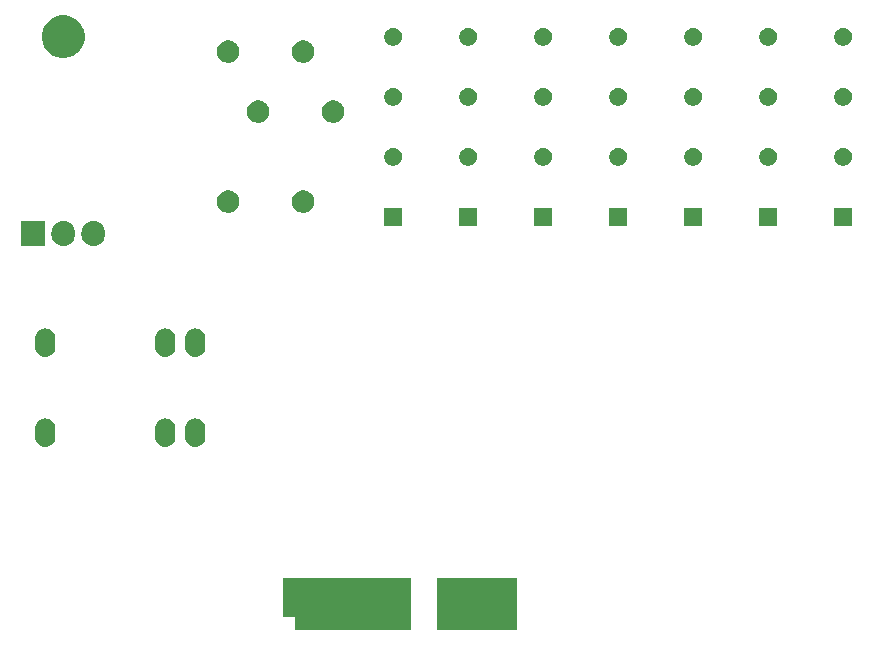
<source format=gbr>
G04 #@! TF.GenerationSoftware,KiCad,Pcbnew,(5.1.5)-3*
G04 #@! TF.CreationDate,2020-02-22T15:11:55-08:00*
G04 #@! TF.ProjectId,voltages,766f6c74-6167-4657-932e-6b696361645f,rev?*
G04 #@! TF.SameCoordinates,Original*
G04 #@! TF.FileFunction,Soldermask,Bot*
G04 #@! TF.FilePolarity,Negative*
%FSLAX46Y46*%
G04 Gerber Fmt 4.6, Leading zero omitted, Abs format (unit mm)*
G04 Created by KiCad (PCBNEW (5.1.5)-3) date 2020-02-22 15:11:55*
%MOMM*%
%LPD*%
G04 APERTURE LIST*
%ADD10C,0.100000*%
G04 APERTURE END LIST*
D10*
G36*
X118450840Y-92147480D02*
G01*
X111648840Y-92147480D01*
X111648840Y-87745480D01*
X118450840Y-87745480D01*
X118450840Y-92147480D01*
G37*
G36*
X109450840Y-92147480D02*
G01*
X99648840Y-92147480D01*
X99648840Y-91172479D01*
X99646438Y-91148093D01*
X99639325Y-91124644D01*
X99627774Y-91103033D01*
X99612229Y-91084091D01*
X99593287Y-91068546D01*
X99571676Y-91056995D01*
X99548227Y-91049882D01*
X99523841Y-91047480D01*
X98648840Y-91047480D01*
X98648840Y-87745480D01*
X109450840Y-87745480D01*
X109450840Y-92147480D01*
G37*
G36*
X88812822Y-74249313D02*
G01*
X88973241Y-74297976D01*
X89121077Y-74376995D01*
X89250659Y-74483341D01*
X89357004Y-74612922D01*
X89357005Y-74612924D01*
X89436024Y-74760758D01*
X89484687Y-74921177D01*
X89497000Y-75046196D01*
X89497000Y-75829803D01*
X89484687Y-75954822D01*
X89436024Y-76115242D01*
X89365114Y-76247906D01*
X89357004Y-76263078D01*
X89250659Y-76392659D01*
X89121078Y-76499004D01*
X89121076Y-76499005D01*
X88973242Y-76578024D01*
X88812823Y-76626687D01*
X88646000Y-76643117D01*
X88479178Y-76626687D01*
X88318759Y-76578024D01*
X88170925Y-76499005D01*
X88170923Y-76499004D01*
X88041342Y-76392659D01*
X87934997Y-76263078D01*
X87929894Y-76253532D01*
X87855975Y-76115239D01*
X87807313Y-75954826D01*
X87795000Y-75829804D01*
X87795000Y-75046197D01*
X87807313Y-74921178D01*
X87855976Y-74760759D01*
X87934995Y-74612923D01*
X88041341Y-74483341D01*
X88170922Y-74376996D01*
X88186094Y-74368886D01*
X88318758Y-74297976D01*
X88479177Y-74249313D01*
X88646000Y-74232883D01*
X88812822Y-74249313D01*
G37*
G36*
X91352822Y-74249313D02*
G01*
X91513241Y-74297976D01*
X91661077Y-74376995D01*
X91790659Y-74483341D01*
X91897004Y-74612922D01*
X91897005Y-74612924D01*
X91976024Y-74760758D01*
X92024687Y-74921177D01*
X92037000Y-75046196D01*
X92037000Y-75829803D01*
X92024687Y-75954822D01*
X91976024Y-76115242D01*
X91905114Y-76247906D01*
X91897004Y-76263078D01*
X91790659Y-76392659D01*
X91661078Y-76499004D01*
X91661076Y-76499005D01*
X91513242Y-76578024D01*
X91352823Y-76626687D01*
X91186000Y-76643117D01*
X91019178Y-76626687D01*
X90858759Y-76578024D01*
X90710925Y-76499005D01*
X90710923Y-76499004D01*
X90581342Y-76392659D01*
X90474997Y-76263078D01*
X90469894Y-76253532D01*
X90395975Y-76115239D01*
X90347313Y-75954826D01*
X90335000Y-75829804D01*
X90335000Y-75046197D01*
X90347313Y-74921178D01*
X90395976Y-74760759D01*
X90474995Y-74612923D01*
X90581341Y-74483341D01*
X90710922Y-74376996D01*
X90726094Y-74368886D01*
X90858758Y-74297976D01*
X91019177Y-74249313D01*
X91186000Y-74232883D01*
X91352822Y-74249313D01*
G37*
G36*
X78652822Y-74249313D02*
G01*
X78813241Y-74297976D01*
X78961077Y-74376995D01*
X79090659Y-74483341D01*
X79197004Y-74612922D01*
X79197005Y-74612924D01*
X79276024Y-74760758D01*
X79324687Y-74921177D01*
X79337000Y-75046196D01*
X79337000Y-75829803D01*
X79324687Y-75954822D01*
X79276024Y-76115242D01*
X79205114Y-76247906D01*
X79197004Y-76263078D01*
X79090659Y-76392659D01*
X78961078Y-76499004D01*
X78961076Y-76499005D01*
X78813242Y-76578024D01*
X78652823Y-76626687D01*
X78486000Y-76643117D01*
X78319178Y-76626687D01*
X78158759Y-76578024D01*
X78010925Y-76499005D01*
X78010923Y-76499004D01*
X77881342Y-76392659D01*
X77774997Y-76263078D01*
X77769894Y-76253532D01*
X77695975Y-76115239D01*
X77647313Y-75954826D01*
X77635000Y-75829804D01*
X77635000Y-75046197D01*
X77647313Y-74921178D01*
X77695976Y-74760759D01*
X77774995Y-74612923D01*
X77881341Y-74483341D01*
X78010922Y-74376996D01*
X78026094Y-74368886D01*
X78158758Y-74297976D01*
X78319177Y-74249313D01*
X78486000Y-74232883D01*
X78652822Y-74249313D01*
G37*
G36*
X78652822Y-66629313D02*
G01*
X78813241Y-66677976D01*
X78961077Y-66756995D01*
X79090659Y-66863341D01*
X79197004Y-66992922D01*
X79197005Y-66992924D01*
X79276024Y-67140758D01*
X79324687Y-67301177D01*
X79337000Y-67426196D01*
X79337000Y-68209803D01*
X79324687Y-68334822D01*
X79276024Y-68495242D01*
X79205114Y-68627906D01*
X79197004Y-68643078D01*
X79090659Y-68772659D01*
X78961078Y-68879004D01*
X78961076Y-68879005D01*
X78813242Y-68958024D01*
X78652823Y-69006687D01*
X78486000Y-69023117D01*
X78319178Y-69006687D01*
X78158759Y-68958024D01*
X78010925Y-68879005D01*
X78010923Y-68879004D01*
X77881342Y-68772659D01*
X77774997Y-68643078D01*
X77769894Y-68633532D01*
X77695975Y-68495239D01*
X77647313Y-68334826D01*
X77635000Y-68209804D01*
X77635000Y-67426197D01*
X77647313Y-67301178D01*
X77695976Y-67140759D01*
X77774995Y-66992923D01*
X77881341Y-66863341D01*
X78010922Y-66756996D01*
X78026094Y-66748886D01*
X78158758Y-66677976D01*
X78319177Y-66629313D01*
X78486000Y-66612883D01*
X78652822Y-66629313D01*
G37*
G36*
X88812822Y-66629313D02*
G01*
X88973241Y-66677976D01*
X89121077Y-66756995D01*
X89250659Y-66863341D01*
X89357004Y-66992922D01*
X89357005Y-66992924D01*
X89436024Y-67140758D01*
X89484687Y-67301177D01*
X89497000Y-67426196D01*
X89497000Y-68209803D01*
X89484687Y-68334822D01*
X89436024Y-68495242D01*
X89365114Y-68627906D01*
X89357004Y-68643078D01*
X89250659Y-68772659D01*
X89121078Y-68879004D01*
X89121076Y-68879005D01*
X88973242Y-68958024D01*
X88812823Y-69006687D01*
X88646000Y-69023117D01*
X88479178Y-69006687D01*
X88318759Y-68958024D01*
X88170925Y-68879005D01*
X88170923Y-68879004D01*
X88041342Y-68772659D01*
X87934997Y-68643078D01*
X87929894Y-68633532D01*
X87855975Y-68495239D01*
X87807313Y-68334826D01*
X87795000Y-68209804D01*
X87795000Y-67426197D01*
X87807313Y-67301178D01*
X87855976Y-67140759D01*
X87934995Y-66992923D01*
X88041341Y-66863341D01*
X88170922Y-66756996D01*
X88186094Y-66748886D01*
X88318758Y-66677976D01*
X88479177Y-66629313D01*
X88646000Y-66612883D01*
X88812822Y-66629313D01*
G37*
G36*
X91352822Y-66629313D02*
G01*
X91513241Y-66677976D01*
X91661077Y-66756995D01*
X91790659Y-66863341D01*
X91897004Y-66992922D01*
X91897005Y-66992924D01*
X91976024Y-67140758D01*
X92024687Y-67301177D01*
X92037000Y-67426196D01*
X92037000Y-68209803D01*
X92024687Y-68334822D01*
X91976024Y-68495242D01*
X91905114Y-68627906D01*
X91897004Y-68643078D01*
X91790659Y-68772659D01*
X91661078Y-68879004D01*
X91661076Y-68879005D01*
X91513242Y-68958024D01*
X91352823Y-69006687D01*
X91186000Y-69023117D01*
X91019178Y-69006687D01*
X90858759Y-68958024D01*
X90710925Y-68879005D01*
X90710923Y-68879004D01*
X90581342Y-68772659D01*
X90474997Y-68643078D01*
X90469894Y-68633532D01*
X90395975Y-68495239D01*
X90347313Y-68334826D01*
X90335000Y-68209804D01*
X90335000Y-67426197D01*
X90347313Y-67301178D01*
X90395976Y-67140759D01*
X90474995Y-66992923D01*
X90581341Y-66863341D01*
X90710922Y-66756996D01*
X90726094Y-66748886D01*
X90858758Y-66677976D01*
X91019177Y-66629313D01*
X91186000Y-66612883D01*
X91352822Y-66629313D01*
G37*
G36*
X80206719Y-57533520D02*
G01*
X80395880Y-57590901D01*
X80395883Y-57590902D01*
X80488333Y-57640318D01*
X80570212Y-57684083D01*
X80723015Y-57809485D01*
X80848417Y-57962288D01*
X80941599Y-58136619D01*
X80998980Y-58325780D01*
X81013500Y-58473206D01*
X81013500Y-58666793D01*
X80998980Y-58814219D01*
X80941599Y-59003380D01*
X80941598Y-59003383D01*
X80892182Y-59095833D01*
X80848417Y-59177712D01*
X80723015Y-59330515D01*
X80570212Y-59455917D01*
X80395881Y-59549099D01*
X80206720Y-59606480D01*
X80010000Y-59625855D01*
X79813281Y-59606480D01*
X79624120Y-59549099D01*
X79449788Y-59455917D01*
X79296985Y-59330515D01*
X79171583Y-59177712D01*
X79078401Y-59003381D01*
X79021020Y-58814220D01*
X79006500Y-58666794D01*
X79006500Y-58473207D01*
X79021020Y-58325781D01*
X79078401Y-58136620D01*
X79078402Y-58136617D01*
X79127818Y-58044167D01*
X79171583Y-57962288D01*
X79296985Y-57809485D01*
X79449788Y-57684083D01*
X79624119Y-57590901D01*
X79813280Y-57533520D01*
X80010000Y-57514145D01*
X80206719Y-57533520D01*
G37*
G36*
X82746719Y-57533520D02*
G01*
X82935880Y-57590901D01*
X82935883Y-57590902D01*
X83028333Y-57640318D01*
X83110212Y-57684083D01*
X83263015Y-57809485D01*
X83388417Y-57962288D01*
X83481599Y-58136619D01*
X83538980Y-58325780D01*
X83553500Y-58473206D01*
X83553500Y-58666793D01*
X83538980Y-58814219D01*
X83481599Y-59003380D01*
X83481598Y-59003383D01*
X83432182Y-59095833D01*
X83388417Y-59177712D01*
X83263015Y-59330515D01*
X83110212Y-59455917D01*
X82935881Y-59549099D01*
X82746720Y-59606480D01*
X82550000Y-59625855D01*
X82353281Y-59606480D01*
X82164120Y-59549099D01*
X81989788Y-59455917D01*
X81836985Y-59330515D01*
X81711583Y-59177712D01*
X81618401Y-59003381D01*
X81561020Y-58814220D01*
X81546500Y-58666794D01*
X81546500Y-58473207D01*
X81561020Y-58325781D01*
X81618401Y-58136620D01*
X81618402Y-58136617D01*
X81667818Y-58044167D01*
X81711583Y-57962288D01*
X81836985Y-57809485D01*
X81989788Y-57684083D01*
X82164119Y-57590901D01*
X82353280Y-57533520D01*
X82550000Y-57514145D01*
X82746719Y-57533520D01*
G37*
G36*
X78473500Y-59621000D02*
G01*
X76466500Y-59621000D01*
X76466500Y-57519000D01*
X78473500Y-57519000D01*
X78473500Y-59621000D01*
G37*
G36*
X127751000Y-57901000D02*
G01*
X126249000Y-57901000D01*
X126249000Y-56399000D01*
X127751000Y-56399000D01*
X127751000Y-57901000D01*
G37*
G36*
X108701000Y-57901000D02*
G01*
X107199000Y-57901000D01*
X107199000Y-56399000D01*
X108701000Y-56399000D01*
X108701000Y-57901000D01*
G37*
G36*
X115051000Y-57901000D02*
G01*
X113549000Y-57901000D01*
X113549000Y-56399000D01*
X115051000Y-56399000D01*
X115051000Y-57901000D01*
G37*
G36*
X140451000Y-57901000D02*
G01*
X138949000Y-57901000D01*
X138949000Y-56399000D01*
X140451000Y-56399000D01*
X140451000Y-57901000D01*
G37*
G36*
X134101000Y-57901000D02*
G01*
X132599000Y-57901000D01*
X132599000Y-56399000D01*
X134101000Y-56399000D01*
X134101000Y-57901000D01*
G37*
G36*
X121401000Y-57901000D02*
G01*
X119899000Y-57901000D01*
X119899000Y-56399000D01*
X121401000Y-56399000D01*
X121401000Y-57901000D01*
G37*
G36*
X146801000Y-57901000D02*
G01*
X145299000Y-57901000D01*
X145299000Y-56399000D01*
X146801000Y-56399000D01*
X146801000Y-57901000D01*
G37*
G36*
X100607395Y-54965546D02*
G01*
X100780466Y-55037234D01*
X100780467Y-55037235D01*
X100936227Y-55141310D01*
X101068690Y-55273773D01*
X101068691Y-55273775D01*
X101172766Y-55429534D01*
X101244454Y-55602605D01*
X101281000Y-55786333D01*
X101281000Y-55973667D01*
X101244454Y-56157395D01*
X101172766Y-56330466D01*
X101172765Y-56330467D01*
X101068690Y-56486227D01*
X100936227Y-56618690D01*
X100857818Y-56671081D01*
X100780466Y-56722766D01*
X100607395Y-56794454D01*
X100423667Y-56831000D01*
X100236333Y-56831000D01*
X100052605Y-56794454D01*
X99879534Y-56722766D01*
X99802182Y-56671081D01*
X99723773Y-56618690D01*
X99591310Y-56486227D01*
X99487235Y-56330467D01*
X99487234Y-56330466D01*
X99415546Y-56157395D01*
X99379000Y-55973667D01*
X99379000Y-55786333D01*
X99415546Y-55602605D01*
X99487234Y-55429534D01*
X99591309Y-55273775D01*
X99591310Y-55273773D01*
X99723773Y-55141310D01*
X99879533Y-55037235D01*
X99879534Y-55037234D01*
X100052605Y-54965546D01*
X100236333Y-54929000D01*
X100423667Y-54929000D01*
X100607395Y-54965546D01*
G37*
G36*
X94257395Y-54965546D02*
G01*
X94430466Y-55037234D01*
X94430467Y-55037235D01*
X94586227Y-55141310D01*
X94718690Y-55273773D01*
X94718691Y-55273775D01*
X94822766Y-55429534D01*
X94894454Y-55602605D01*
X94931000Y-55786333D01*
X94931000Y-55973667D01*
X94894454Y-56157395D01*
X94822766Y-56330466D01*
X94822765Y-56330467D01*
X94718690Y-56486227D01*
X94586227Y-56618690D01*
X94507818Y-56671081D01*
X94430466Y-56722766D01*
X94257395Y-56794454D01*
X94073667Y-56831000D01*
X93886333Y-56831000D01*
X93702605Y-56794454D01*
X93529534Y-56722766D01*
X93452182Y-56671081D01*
X93373773Y-56618690D01*
X93241310Y-56486227D01*
X93137235Y-56330467D01*
X93137234Y-56330466D01*
X93065546Y-56157395D01*
X93029000Y-55973667D01*
X93029000Y-55786333D01*
X93065546Y-55602605D01*
X93137234Y-55429534D01*
X93241309Y-55273775D01*
X93241310Y-55273773D01*
X93373773Y-55141310D01*
X93529533Y-55037235D01*
X93529534Y-55037234D01*
X93702605Y-54965546D01*
X93886333Y-54929000D01*
X94073667Y-54929000D01*
X94257395Y-54965546D01*
G37*
G36*
X146269059Y-51347860D02*
G01*
X146405732Y-51404472D01*
X146528735Y-51486660D01*
X146633340Y-51591265D01*
X146715528Y-51714268D01*
X146772140Y-51850941D01*
X146801000Y-51996033D01*
X146801000Y-52143967D01*
X146772140Y-52289059D01*
X146715528Y-52425732D01*
X146633340Y-52548735D01*
X146528735Y-52653340D01*
X146405732Y-52735528D01*
X146405731Y-52735529D01*
X146405730Y-52735529D01*
X146269059Y-52792140D01*
X146123968Y-52821000D01*
X145976032Y-52821000D01*
X145830941Y-52792140D01*
X145694270Y-52735529D01*
X145694269Y-52735529D01*
X145694268Y-52735528D01*
X145571265Y-52653340D01*
X145466660Y-52548735D01*
X145384472Y-52425732D01*
X145327860Y-52289059D01*
X145299000Y-52143967D01*
X145299000Y-51996033D01*
X145327860Y-51850941D01*
X145384472Y-51714268D01*
X145466660Y-51591265D01*
X145571265Y-51486660D01*
X145694268Y-51404472D01*
X145830941Y-51347860D01*
X145976032Y-51319000D01*
X146123968Y-51319000D01*
X146269059Y-51347860D01*
G37*
G36*
X120869059Y-51347860D02*
G01*
X121005732Y-51404472D01*
X121128735Y-51486660D01*
X121233340Y-51591265D01*
X121315528Y-51714268D01*
X121372140Y-51850941D01*
X121401000Y-51996033D01*
X121401000Y-52143967D01*
X121372140Y-52289059D01*
X121315528Y-52425732D01*
X121233340Y-52548735D01*
X121128735Y-52653340D01*
X121005732Y-52735528D01*
X121005731Y-52735529D01*
X121005730Y-52735529D01*
X120869059Y-52792140D01*
X120723968Y-52821000D01*
X120576032Y-52821000D01*
X120430941Y-52792140D01*
X120294270Y-52735529D01*
X120294269Y-52735529D01*
X120294268Y-52735528D01*
X120171265Y-52653340D01*
X120066660Y-52548735D01*
X119984472Y-52425732D01*
X119927860Y-52289059D01*
X119899000Y-52143967D01*
X119899000Y-51996033D01*
X119927860Y-51850941D01*
X119984472Y-51714268D01*
X120066660Y-51591265D01*
X120171265Y-51486660D01*
X120294268Y-51404472D01*
X120430941Y-51347860D01*
X120576032Y-51319000D01*
X120723968Y-51319000D01*
X120869059Y-51347860D01*
G37*
G36*
X139919059Y-51347860D02*
G01*
X140055732Y-51404472D01*
X140178735Y-51486660D01*
X140283340Y-51591265D01*
X140365528Y-51714268D01*
X140422140Y-51850941D01*
X140451000Y-51996033D01*
X140451000Y-52143967D01*
X140422140Y-52289059D01*
X140365528Y-52425732D01*
X140283340Y-52548735D01*
X140178735Y-52653340D01*
X140055732Y-52735528D01*
X140055731Y-52735529D01*
X140055730Y-52735529D01*
X139919059Y-52792140D01*
X139773968Y-52821000D01*
X139626032Y-52821000D01*
X139480941Y-52792140D01*
X139344270Y-52735529D01*
X139344269Y-52735529D01*
X139344268Y-52735528D01*
X139221265Y-52653340D01*
X139116660Y-52548735D01*
X139034472Y-52425732D01*
X138977860Y-52289059D01*
X138949000Y-52143967D01*
X138949000Y-51996033D01*
X138977860Y-51850941D01*
X139034472Y-51714268D01*
X139116660Y-51591265D01*
X139221265Y-51486660D01*
X139344268Y-51404472D01*
X139480941Y-51347860D01*
X139626032Y-51319000D01*
X139773968Y-51319000D01*
X139919059Y-51347860D01*
G37*
G36*
X127219059Y-51347860D02*
G01*
X127355732Y-51404472D01*
X127478735Y-51486660D01*
X127583340Y-51591265D01*
X127665528Y-51714268D01*
X127722140Y-51850941D01*
X127751000Y-51996033D01*
X127751000Y-52143967D01*
X127722140Y-52289059D01*
X127665528Y-52425732D01*
X127583340Y-52548735D01*
X127478735Y-52653340D01*
X127355732Y-52735528D01*
X127355731Y-52735529D01*
X127355730Y-52735529D01*
X127219059Y-52792140D01*
X127073968Y-52821000D01*
X126926032Y-52821000D01*
X126780941Y-52792140D01*
X126644270Y-52735529D01*
X126644269Y-52735529D01*
X126644268Y-52735528D01*
X126521265Y-52653340D01*
X126416660Y-52548735D01*
X126334472Y-52425732D01*
X126277860Y-52289059D01*
X126249000Y-52143967D01*
X126249000Y-51996033D01*
X126277860Y-51850941D01*
X126334472Y-51714268D01*
X126416660Y-51591265D01*
X126521265Y-51486660D01*
X126644268Y-51404472D01*
X126780941Y-51347860D01*
X126926032Y-51319000D01*
X127073968Y-51319000D01*
X127219059Y-51347860D01*
G37*
G36*
X114519059Y-51347860D02*
G01*
X114655732Y-51404472D01*
X114778735Y-51486660D01*
X114883340Y-51591265D01*
X114965528Y-51714268D01*
X115022140Y-51850941D01*
X115051000Y-51996033D01*
X115051000Y-52143967D01*
X115022140Y-52289059D01*
X114965528Y-52425732D01*
X114883340Y-52548735D01*
X114778735Y-52653340D01*
X114655732Y-52735528D01*
X114655731Y-52735529D01*
X114655730Y-52735529D01*
X114519059Y-52792140D01*
X114373968Y-52821000D01*
X114226032Y-52821000D01*
X114080941Y-52792140D01*
X113944270Y-52735529D01*
X113944269Y-52735529D01*
X113944268Y-52735528D01*
X113821265Y-52653340D01*
X113716660Y-52548735D01*
X113634472Y-52425732D01*
X113577860Y-52289059D01*
X113549000Y-52143967D01*
X113549000Y-51996033D01*
X113577860Y-51850941D01*
X113634472Y-51714268D01*
X113716660Y-51591265D01*
X113821265Y-51486660D01*
X113944268Y-51404472D01*
X114080941Y-51347860D01*
X114226032Y-51319000D01*
X114373968Y-51319000D01*
X114519059Y-51347860D01*
G37*
G36*
X108169059Y-51347860D02*
G01*
X108305732Y-51404472D01*
X108428735Y-51486660D01*
X108533340Y-51591265D01*
X108615528Y-51714268D01*
X108672140Y-51850941D01*
X108701000Y-51996033D01*
X108701000Y-52143967D01*
X108672140Y-52289059D01*
X108615528Y-52425732D01*
X108533340Y-52548735D01*
X108428735Y-52653340D01*
X108305732Y-52735528D01*
X108305731Y-52735529D01*
X108305730Y-52735529D01*
X108169059Y-52792140D01*
X108023968Y-52821000D01*
X107876032Y-52821000D01*
X107730941Y-52792140D01*
X107594270Y-52735529D01*
X107594269Y-52735529D01*
X107594268Y-52735528D01*
X107471265Y-52653340D01*
X107366660Y-52548735D01*
X107284472Y-52425732D01*
X107227860Y-52289059D01*
X107199000Y-52143967D01*
X107199000Y-51996033D01*
X107227860Y-51850941D01*
X107284472Y-51714268D01*
X107366660Y-51591265D01*
X107471265Y-51486660D01*
X107594268Y-51404472D01*
X107730941Y-51347860D01*
X107876032Y-51319000D01*
X108023968Y-51319000D01*
X108169059Y-51347860D01*
G37*
G36*
X133569059Y-51347860D02*
G01*
X133705732Y-51404472D01*
X133828735Y-51486660D01*
X133933340Y-51591265D01*
X134015528Y-51714268D01*
X134072140Y-51850941D01*
X134101000Y-51996033D01*
X134101000Y-52143967D01*
X134072140Y-52289059D01*
X134015528Y-52425732D01*
X133933340Y-52548735D01*
X133828735Y-52653340D01*
X133705732Y-52735528D01*
X133705731Y-52735529D01*
X133705730Y-52735529D01*
X133569059Y-52792140D01*
X133423968Y-52821000D01*
X133276032Y-52821000D01*
X133130941Y-52792140D01*
X132994270Y-52735529D01*
X132994269Y-52735529D01*
X132994268Y-52735528D01*
X132871265Y-52653340D01*
X132766660Y-52548735D01*
X132684472Y-52425732D01*
X132627860Y-52289059D01*
X132599000Y-52143967D01*
X132599000Y-51996033D01*
X132627860Y-51850941D01*
X132684472Y-51714268D01*
X132766660Y-51591265D01*
X132871265Y-51486660D01*
X132994268Y-51404472D01*
X133130941Y-51347860D01*
X133276032Y-51319000D01*
X133423968Y-51319000D01*
X133569059Y-51347860D01*
G37*
G36*
X96797395Y-47345546D02*
G01*
X96970466Y-47417234D01*
X96970467Y-47417235D01*
X97126227Y-47521310D01*
X97258690Y-47653773D01*
X97259863Y-47655529D01*
X97362766Y-47809534D01*
X97434454Y-47982605D01*
X97471000Y-48166333D01*
X97471000Y-48353667D01*
X97434454Y-48537395D01*
X97362766Y-48710466D01*
X97362765Y-48710467D01*
X97258690Y-48866227D01*
X97126227Y-48998690D01*
X97047818Y-49051081D01*
X96970466Y-49102766D01*
X96797395Y-49174454D01*
X96613667Y-49211000D01*
X96426333Y-49211000D01*
X96242605Y-49174454D01*
X96069534Y-49102766D01*
X95992182Y-49051081D01*
X95913773Y-48998690D01*
X95781310Y-48866227D01*
X95677235Y-48710467D01*
X95677234Y-48710466D01*
X95605546Y-48537395D01*
X95569000Y-48353667D01*
X95569000Y-48166333D01*
X95605546Y-47982605D01*
X95677234Y-47809534D01*
X95780137Y-47655529D01*
X95781310Y-47653773D01*
X95913773Y-47521310D01*
X96069533Y-47417235D01*
X96069534Y-47417234D01*
X96242605Y-47345546D01*
X96426333Y-47309000D01*
X96613667Y-47309000D01*
X96797395Y-47345546D01*
G37*
G36*
X103147395Y-47345546D02*
G01*
X103320466Y-47417234D01*
X103320467Y-47417235D01*
X103476227Y-47521310D01*
X103608690Y-47653773D01*
X103609863Y-47655529D01*
X103712766Y-47809534D01*
X103784454Y-47982605D01*
X103821000Y-48166333D01*
X103821000Y-48353667D01*
X103784454Y-48537395D01*
X103712766Y-48710466D01*
X103712765Y-48710467D01*
X103608690Y-48866227D01*
X103476227Y-48998690D01*
X103397818Y-49051081D01*
X103320466Y-49102766D01*
X103147395Y-49174454D01*
X102963667Y-49211000D01*
X102776333Y-49211000D01*
X102592605Y-49174454D01*
X102419534Y-49102766D01*
X102342182Y-49051081D01*
X102263773Y-48998690D01*
X102131310Y-48866227D01*
X102027235Y-48710467D01*
X102027234Y-48710466D01*
X101955546Y-48537395D01*
X101919000Y-48353667D01*
X101919000Y-48166333D01*
X101955546Y-47982605D01*
X102027234Y-47809534D01*
X102130137Y-47655529D01*
X102131310Y-47653773D01*
X102263773Y-47521310D01*
X102419533Y-47417235D01*
X102419534Y-47417234D01*
X102592605Y-47345546D01*
X102776333Y-47309000D01*
X102963667Y-47309000D01*
X103147395Y-47345546D01*
G37*
G36*
X108169059Y-46267860D02*
G01*
X108305732Y-46324472D01*
X108428735Y-46406660D01*
X108533340Y-46511265D01*
X108615528Y-46634268D01*
X108672140Y-46770941D01*
X108701000Y-46916033D01*
X108701000Y-47063967D01*
X108672140Y-47209059D01*
X108615528Y-47345732D01*
X108533340Y-47468735D01*
X108428735Y-47573340D01*
X108305732Y-47655528D01*
X108305731Y-47655529D01*
X108305730Y-47655529D01*
X108169059Y-47712140D01*
X108023968Y-47741000D01*
X107876032Y-47741000D01*
X107730941Y-47712140D01*
X107594270Y-47655529D01*
X107594269Y-47655529D01*
X107594268Y-47655528D01*
X107471265Y-47573340D01*
X107366660Y-47468735D01*
X107284472Y-47345732D01*
X107227860Y-47209059D01*
X107199000Y-47063967D01*
X107199000Y-46916033D01*
X107227860Y-46770941D01*
X107284472Y-46634268D01*
X107366660Y-46511265D01*
X107471265Y-46406660D01*
X107594268Y-46324472D01*
X107730941Y-46267860D01*
X107876032Y-46239000D01*
X108023968Y-46239000D01*
X108169059Y-46267860D01*
G37*
G36*
X114519059Y-46267860D02*
G01*
X114655732Y-46324472D01*
X114778735Y-46406660D01*
X114883340Y-46511265D01*
X114965528Y-46634268D01*
X115022140Y-46770941D01*
X115051000Y-46916033D01*
X115051000Y-47063967D01*
X115022140Y-47209059D01*
X114965528Y-47345732D01*
X114883340Y-47468735D01*
X114778735Y-47573340D01*
X114655732Y-47655528D01*
X114655731Y-47655529D01*
X114655730Y-47655529D01*
X114519059Y-47712140D01*
X114373968Y-47741000D01*
X114226032Y-47741000D01*
X114080941Y-47712140D01*
X113944270Y-47655529D01*
X113944269Y-47655529D01*
X113944268Y-47655528D01*
X113821265Y-47573340D01*
X113716660Y-47468735D01*
X113634472Y-47345732D01*
X113577860Y-47209059D01*
X113549000Y-47063967D01*
X113549000Y-46916033D01*
X113577860Y-46770941D01*
X113634472Y-46634268D01*
X113716660Y-46511265D01*
X113821265Y-46406660D01*
X113944268Y-46324472D01*
X114080941Y-46267860D01*
X114226032Y-46239000D01*
X114373968Y-46239000D01*
X114519059Y-46267860D01*
G37*
G36*
X120869059Y-46267860D02*
G01*
X121005732Y-46324472D01*
X121128735Y-46406660D01*
X121233340Y-46511265D01*
X121315528Y-46634268D01*
X121372140Y-46770941D01*
X121401000Y-46916033D01*
X121401000Y-47063967D01*
X121372140Y-47209059D01*
X121315528Y-47345732D01*
X121233340Y-47468735D01*
X121128735Y-47573340D01*
X121005732Y-47655528D01*
X121005731Y-47655529D01*
X121005730Y-47655529D01*
X120869059Y-47712140D01*
X120723968Y-47741000D01*
X120576032Y-47741000D01*
X120430941Y-47712140D01*
X120294270Y-47655529D01*
X120294269Y-47655529D01*
X120294268Y-47655528D01*
X120171265Y-47573340D01*
X120066660Y-47468735D01*
X119984472Y-47345732D01*
X119927860Y-47209059D01*
X119899000Y-47063967D01*
X119899000Y-46916033D01*
X119927860Y-46770941D01*
X119984472Y-46634268D01*
X120066660Y-46511265D01*
X120171265Y-46406660D01*
X120294268Y-46324472D01*
X120430941Y-46267860D01*
X120576032Y-46239000D01*
X120723968Y-46239000D01*
X120869059Y-46267860D01*
G37*
G36*
X127219059Y-46267860D02*
G01*
X127355732Y-46324472D01*
X127478735Y-46406660D01*
X127583340Y-46511265D01*
X127665528Y-46634268D01*
X127722140Y-46770941D01*
X127751000Y-46916033D01*
X127751000Y-47063967D01*
X127722140Y-47209059D01*
X127665528Y-47345732D01*
X127583340Y-47468735D01*
X127478735Y-47573340D01*
X127355732Y-47655528D01*
X127355731Y-47655529D01*
X127355730Y-47655529D01*
X127219059Y-47712140D01*
X127073968Y-47741000D01*
X126926032Y-47741000D01*
X126780941Y-47712140D01*
X126644270Y-47655529D01*
X126644269Y-47655529D01*
X126644268Y-47655528D01*
X126521265Y-47573340D01*
X126416660Y-47468735D01*
X126334472Y-47345732D01*
X126277860Y-47209059D01*
X126249000Y-47063967D01*
X126249000Y-46916033D01*
X126277860Y-46770941D01*
X126334472Y-46634268D01*
X126416660Y-46511265D01*
X126521265Y-46406660D01*
X126644268Y-46324472D01*
X126780941Y-46267860D01*
X126926032Y-46239000D01*
X127073968Y-46239000D01*
X127219059Y-46267860D01*
G37*
G36*
X133569059Y-46267860D02*
G01*
X133705732Y-46324472D01*
X133828735Y-46406660D01*
X133933340Y-46511265D01*
X134015528Y-46634268D01*
X134072140Y-46770941D01*
X134101000Y-46916033D01*
X134101000Y-47063967D01*
X134072140Y-47209059D01*
X134015528Y-47345732D01*
X133933340Y-47468735D01*
X133828735Y-47573340D01*
X133705732Y-47655528D01*
X133705731Y-47655529D01*
X133705730Y-47655529D01*
X133569059Y-47712140D01*
X133423968Y-47741000D01*
X133276032Y-47741000D01*
X133130941Y-47712140D01*
X132994270Y-47655529D01*
X132994269Y-47655529D01*
X132994268Y-47655528D01*
X132871265Y-47573340D01*
X132766660Y-47468735D01*
X132684472Y-47345732D01*
X132627860Y-47209059D01*
X132599000Y-47063967D01*
X132599000Y-46916033D01*
X132627860Y-46770941D01*
X132684472Y-46634268D01*
X132766660Y-46511265D01*
X132871265Y-46406660D01*
X132994268Y-46324472D01*
X133130941Y-46267860D01*
X133276032Y-46239000D01*
X133423968Y-46239000D01*
X133569059Y-46267860D01*
G37*
G36*
X139919059Y-46267860D02*
G01*
X140055732Y-46324472D01*
X140178735Y-46406660D01*
X140283340Y-46511265D01*
X140365528Y-46634268D01*
X140422140Y-46770941D01*
X140451000Y-46916033D01*
X140451000Y-47063967D01*
X140422140Y-47209059D01*
X140365528Y-47345732D01*
X140283340Y-47468735D01*
X140178735Y-47573340D01*
X140055732Y-47655528D01*
X140055731Y-47655529D01*
X140055730Y-47655529D01*
X139919059Y-47712140D01*
X139773968Y-47741000D01*
X139626032Y-47741000D01*
X139480941Y-47712140D01*
X139344270Y-47655529D01*
X139344269Y-47655529D01*
X139344268Y-47655528D01*
X139221265Y-47573340D01*
X139116660Y-47468735D01*
X139034472Y-47345732D01*
X138977860Y-47209059D01*
X138949000Y-47063967D01*
X138949000Y-46916033D01*
X138977860Y-46770941D01*
X139034472Y-46634268D01*
X139116660Y-46511265D01*
X139221265Y-46406660D01*
X139344268Y-46324472D01*
X139480941Y-46267860D01*
X139626032Y-46239000D01*
X139773968Y-46239000D01*
X139919059Y-46267860D01*
G37*
G36*
X146269059Y-46267860D02*
G01*
X146405732Y-46324472D01*
X146528735Y-46406660D01*
X146633340Y-46511265D01*
X146715528Y-46634268D01*
X146772140Y-46770941D01*
X146801000Y-46916033D01*
X146801000Y-47063967D01*
X146772140Y-47209059D01*
X146715528Y-47345732D01*
X146633340Y-47468735D01*
X146528735Y-47573340D01*
X146405732Y-47655528D01*
X146405731Y-47655529D01*
X146405730Y-47655529D01*
X146269059Y-47712140D01*
X146123968Y-47741000D01*
X145976032Y-47741000D01*
X145830941Y-47712140D01*
X145694270Y-47655529D01*
X145694269Y-47655529D01*
X145694268Y-47655528D01*
X145571265Y-47573340D01*
X145466660Y-47468735D01*
X145384472Y-47345732D01*
X145327860Y-47209059D01*
X145299000Y-47063967D01*
X145299000Y-46916033D01*
X145327860Y-46770941D01*
X145384472Y-46634268D01*
X145466660Y-46511265D01*
X145571265Y-46406660D01*
X145694268Y-46324472D01*
X145830941Y-46267860D01*
X145976032Y-46239000D01*
X146123968Y-46239000D01*
X146269059Y-46267860D01*
G37*
G36*
X94257395Y-42265546D02*
G01*
X94430466Y-42337234D01*
X94430467Y-42337235D01*
X94586227Y-42441310D01*
X94718690Y-42573773D01*
X94719863Y-42575529D01*
X94822766Y-42729534D01*
X94894454Y-42902605D01*
X94931000Y-43086333D01*
X94931000Y-43273667D01*
X94894454Y-43457395D01*
X94822766Y-43630466D01*
X94822765Y-43630467D01*
X94718690Y-43786227D01*
X94586227Y-43918690D01*
X94507818Y-43971081D01*
X94430466Y-44022766D01*
X94257395Y-44094454D01*
X94073667Y-44131000D01*
X93886333Y-44131000D01*
X93702605Y-44094454D01*
X93529534Y-44022766D01*
X93452182Y-43971081D01*
X93373773Y-43918690D01*
X93241310Y-43786227D01*
X93137235Y-43630467D01*
X93137234Y-43630466D01*
X93065546Y-43457395D01*
X93029000Y-43273667D01*
X93029000Y-43086333D01*
X93065546Y-42902605D01*
X93137234Y-42729534D01*
X93240137Y-42575529D01*
X93241310Y-42573773D01*
X93373773Y-42441310D01*
X93529533Y-42337235D01*
X93529534Y-42337234D01*
X93702605Y-42265546D01*
X93886333Y-42229000D01*
X94073667Y-42229000D01*
X94257395Y-42265546D01*
G37*
G36*
X100607395Y-42265546D02*
G01*
X100780466Y-42337234D01*
X100780467Y-42337235D01*
X100936227Y-42441310D01*
X101068690Y-42573773D01*
X101069863Y-42575529D01*
X101172766Y-42729534D01*
X101244454Y-42902605D01*
X101281000Y-43086333D01*
X101281000Y-43273667D01*
X101244454Y-43457395D01*
X101172766Y-43630466D01*
X101172765Y-43630467D01*
X101068690Y-43786227D01*
X100936227Y-43918690D01*
X100857818Y-43971081D01*
X100780466Y-44022766D01*
X100607395Y-44094454D01*
X100423667Y-44131000D01*
X100236333Y-44131000D01*
X100052605Y-44094454D01*
X99879534Y-44022766D01*
X99802182Y-43971081D01*
X99723773Y-43918690D01*
X99591310Y-43786227D01*
X99487235Y-43630467D01*
X99487234Y-43630466D01*
X99415546Y-43457395D01*
X99379000Y-43273667D01*
X99379000Y-43086333D01*
X99415546Y-42902605D01*
X99487234Y-42729534D01*
X99590137Y-42575529D01*
X99591310Y-42573773D01*
X99723773Y-42441310D01*
X99879533Y-42337235D01*
X99879534Y-42337234D01*
X100052605Y-42265546D01*
X100236333Y-42229000D01*
X100423667Y-42229000D01*
X100607395Y-42265546D01*
G37*
G36*
X80535331Y-40178211D02*
G01*
X80863092Y-40313974D01*
X81158070Y-40511072D01*
X81408928Y-40761930D01*
X81606026Y-41056908D01*
X81741789Y-41384669D01*
X81811000Y-41732616D01*
X81811000Y-42087384D01*
X81741789Y-42435331D01*
X81606026Y-42763092D01*
X81408928Y-43058070D01*
X81158070Y-43308928D01*
X80863092Y-43506026D01*
X80535331Y-43641789D01*
X80187384Y-43711000D01*
X79832616Y-43711000D01*
X79484669Y-43641789D01*
X79156908Y-43506026D01*
X78861930Y-43308928D01*
X78611072Y-43058070D01*
X78413974Y-42763092D01*
X78278211Y-42435331D01*
X78209000Y-42087384D01*
X78209000Y-41732616D01*
X78278211Y-41384669D01*
X78413974Y-41056908D01*
X78611072Y-40761930D01*
X78861930Y-40511072D01*
X79156908Y-40313974D01*
X79484669Y-40178211D01*
X79832616Y-40109000D01*
X80187384Y-40109000D01*
X80535331Y-40178211D01*
G37*
G36*
X114519059Y-41187860D02*
G01*
X114655732Y-41244472D01*
X114778735Y-41326660D01*
X114883340Y-41431265D01*
X114965528Y-41554268D01*
X115022140Y-41690941D01*
X115051000Y-41836033D01*
X115051000Y-41983967D01*
X115022140Y-42129059D01*
X114965528Y-42265732D01*
X114883340Y-42388735D01*
X114778735Y-42493340D01*
X114655732Y-42575528D01*
X114655731Y-42575529D01*
X114655730Y-42575529D01*
X114519059Y-42632140D01*
X114373968Y-42661000D01*
X114226032Y-42661000D01*
X114080941Y-42632140D01*
X113944270Y-42575529D01*
X113944269Y-42575529D01*
X113944268Y-42575528D01*
X113821265Y-42493340D01*
X113716660Y-42388735D01*
X113634472Y-42265732D01*
X113577860Y-42129059D01*
X113549000Y-41983967D01*
X113549000Y-41836033D01*
X113577860Y-41690941D01*
X113634472Y-41554268D01*
X113716660Y-41431265D01*
X113821265Y-41326660D01*
X113944268Y-41244472D01*
X114080941Y-41187860D01*
X114226032Y-41159000D01*
X114373968Y-41159000D01*
X114519059Y-41187860D01*
G37*
G36*
X146269059Y-41187860D02*
G01*
X146405732Y-41244472D01*
X146528735Y-41326660D01*
X146633340Y-41431265D01*
X146715528Y-41554268D01*
X146772140Y-41690941D01*
X146801000Y-41836033D01*
X146801000Y-41983967D01*
X146772140Y-42129059D01*
X146715528Y-42265732D01*
X146633340Y-42388735D01*
X146528735Y-42493340D01*
X146405732Y-42575528D01*
X146405731Y-42575529D01*
X146405730Y-42575529D01*
X146269059Y-42632140D01*
X146123968Y-42661000D01*
X145976032Y-42661000D01*
X145830941Y-42632140D01*
X145694270Y-42575529D01*
X145694269Y-42575529D01*
X145694268Y-42575528D01*
X145571265Y-42493340D01*
X145466660Y-42388735D01*
X145384472Y-42265732D01*
X145327860Y-42129059D01*
X145299000Y-41983967D01*
X145299000Y-41836033D01*
X145327860Y-41690941D01*
X145384472Y-41554268D01*
X145466660Y-41431265D01*
X145571265Y-41326660D01*
X145694268Y-41244472D01*
X145830941Y-41187860D01*
X145976032Y-41159000D01*
X146123968Y-41159000D01*
X146269059Y-41187860D01*
G37*
G36*
X139919059Y-41187860D02*
G01*
X140055732Y-41244472D01*
X140178735Y-41326660D01*
X140283340Y-41431265D01*
X140365528Y-41554268D01*
X140422140Y-41690941D01*
X140451000Y-41836033D01*
X140451000Y-41983967D01*
X140422140Y-42129059D01*
X140365528Y-42265732D01*
X140283340Y-42388735D01*
X140178735Y-42493340D01*
X140055732Y-42575528D01*
X140055731Y-42575529D01*
X140055730Y-42575529D01*
X139919059Y-42632140D01*
X139773968Y-42661000D01*
X139626032Y-42661000D01*
X139480941Y-42632140D01*
X139344270Y-42575529D01*
X139344269Y-42575529D01*
X139344268Y-42575528D01*
X139221265Y-42493340D01*
X139116660Y-42388735D01*
X139034472Y-42265732D01*
X138977860Y-42129059D01*
X138949000Y-41983967D01*
X138949000Y-41836033D01*
X138977860Y-41690941D01*
X139034472Y-41554268D01*
X139116660Y-41431265D01*
X139221265Y-41326660D01*
X139344268Y-41244472D01*
X139480941Y-41187860D01*
X139626032Y-41159000D01*
X139773968Y-41159000D01*
X139919059Y-41187860D01*
G37*
G36*
X133569059Y-41187860D02*
G01*
X133705732Y-41244472D01*
X133828735Y-41326660D01*
X133933340Y-41431265D01*
X134015528Y-41554268D01*
X134072140Y-41690941D01*
X134101000Y-41836033D01*
X134101000Y-41983967D01*
X134072140Y-42129059D01*
X134015528Y-42265732D01*
X133933340Y-42388735D01*
X133828735Y-42493340D01*
X133705732Y-42575528D01*
X133705731Y-42575529D01*
X133705730Y-42575529D01*
X133569059Y-42632140D01*
X133423968Y-42661000D01*
X133276032Y-42661000D01*
X133130941Y-42632140D01*
X132994270Y-42575529D01*
X132994269Y-42575529D01*
X132994268Y-42575528D01*
X132871265Y-42493340D01*
X132766660Y-42388735D01*
X132684472Y-42265732D01*
X132627860Y-42129059D01*
X132599000Y-41983967D01*
X132599000Y-41836033D01*
X132627860Y-41690941D01*
X132684472Y-41554268D01*
X132766660Y-41431265D01*
X132871265Y-41326660D01*
X132994268Y-41244472D01*
X133130941Y-41187860D01*
X133276032Y-41159000D01*
X133423968Y-41159000D01*
X133569059Y-41187860D01*
G37*
G36*
X108169059Y-41187860D02*
G01*
X108305732Y-41244472D01*
X108428735Y-41326660D01*
X108533340Y-41431265D01*
X108615528Y-41554268D01*
X108672140Y-41690941D01*
X108701000Y-41836033D01*
X108701000Y-41983967D01*
X108672140Y-42129059D01*
X108615528Y-42265732D01*
X108533340Y-42388735D01*
X108428735Y-42493340D01*
X108305732Y-42575528D01*
X108305731Y-42575529D01*
X108305730Y-42575529D01*
X108169059Y-42632140D01*
X108023968Y-42661000D01*
X107876032Y-42661000D01*
X107730941Y-42632140D01*
X107594270Y-42575529D01*
X107594269Y-42575529D01*
X107594268Y-42575528D01*
X107471265Y-42493340D01*
X107366660Y-42388735D01*
X107284472Y-42265732D01*
X107227860Y-42129059D01*
X107199000Y-41983967D01*
X107199000Y-41836033D01*
X107227860Y-41690941D01*
X107284472Y-41554268D01*
X107366660Y-41431265D01*
X107471265Y-41326660D01*
X107594268Y-41244472D01*
X107730941Y-41187860D01*
X107876032Y-41159000D01*
X108023968Y-41159000D01*
X108169059Y-41187860D01*
G37*
G36*
X127219059Y-41187860D02*
G01*
X127355732Y-41244472D01*
X127478735Y-41326660D01*
X127583340Y-41431265D01*
X127665528Y-41554268D01*
X127722140Y-41690941D01*
X127751000Y-41836033D01*
X127751000Y-41983967D01*
X127722140Y-42129059D01*
X127665528Y-42265732D01*
X127583340Y-42388735D01*
X127478735Y-42493340D01*
X127355732Y-42575528D01*
X127355731Y-42575529D01*
X127355730Y-42575529D01*
X127219059Y-42632140D01*
X127073968Y-42661000D01*
X126926032Y-42661000D01*
X126780941Y-42632140D01*
X126644270Y-42575529D01*
X126644269Y-42575529D01*
X126644268Y-42575528D01*
X126521265Y-42493340D01*
X126416660Y-42388735D01*
X126334472Y-42265732D01*
X126277860Y-42129059D01*
X126249000Y-41983967D01*
X126249000Y-41836033D01*
X126277860Y-41690941D01*
X126334472Y-41554268D01*
X126416660Y-41431265D01*
X126521265Y-41326660D01*
X126644268Y-41244472D01*
X126780941Y-41187860D01*
X126926032Y-41159000D01*
X127073968Y-41159000D01*
X127219059Y-41187860D01*
G37*
G36*
X120869059Y-41187860D02*
G01*
X121005732Y-41244472D01*
X121128735Y-41326660D01*
X121233340Y-41431265D01*
X121315528Y-41554268D01*
X121372140Y-41690941D01*
X121401000Y-41836033D01*
X121401000Y-41983967D01*
X121372140Y-42129059D01*
X121315528Y-42265732D01*
X121233340Y-42388735D01*
X121128735Y-42493340D01*
X121005732Y-42575528D01*
X121005731Y-42575529D01*
X121005730Y-42575529D01*
X120869059Y-42632140D01*
X120723968Y-42661000D01*
X120576032Y-42661000D01*
X120430941Y-42632140D01*
X120294270Y-42575529D01*
X120294269Y-42575529D01*
X120294268Y-42575528D01*
X120171265Y-42493340D01*
X120066660Y-42388735D01*
X119984472Y-42265732D01*
X119927860Y-42129059D01*
X119899000Y-41983967D01*
X119899000Y-41836033D01*
X119927860Y-41690941D01*
X119984472Y-41554268D01*
X120066660Y-41431265D01*
X120171265Y-41326660D01*
X120294268Y-41244472D01*
X120430941Y-41187860D01*
X120576032Y-41159000D01*
X120723968Y-41159000D01*
X120869059Y-41187860D01*
G37*
M02*

</source>
